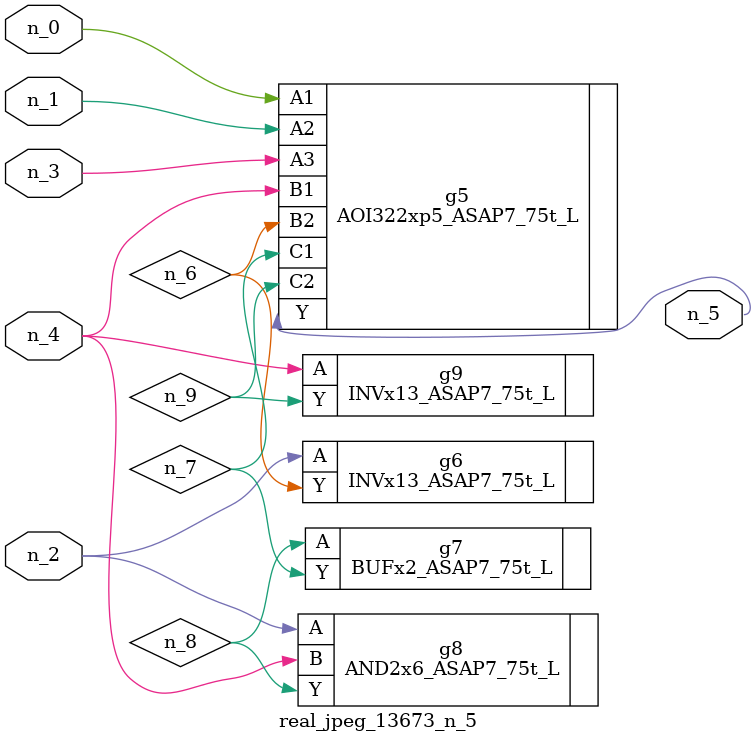
<source format=v>
module real_jpeg_13673_n_5 (n_4, n_0, n_1, n_2, n_3, n_5);

input n_4;
input n_0;
input n_1;
input n_2;
input n_3;

output n_5;

wire n_8;
wire n_6;
wire n_7;
wire n_9;

AOI322xp5_ASAP7_75t_L g5 ( 
.A1(n_0),
.A2(n_1),
.A3(n_3),
.B1(n_4),
.B2(n_6),
.C1(n_7),
.C2(n_9),
.Y(n_5)
);

INVx13_ASAP7_75t_L g6 ( 
.A(n_2),
.Y(n_6)
);

AND2x6_ASAP7_75t_L g8 ( 
.A(n_2),
.B(n_4),
.Y(n_8)
);

INVx13_ASAP7_75t_L g9 ( 
.A(n_4),
.Y(n_9)
);

BUFx2_ASAP7_75t_L g7 ( 
.A(n_8),
.Y(n_7)
);


endmodule
</source>
